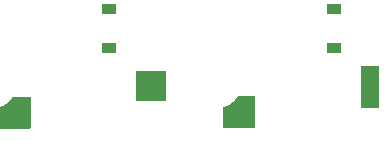
<source format=gtp>
G04 #@! TF.GenerationSoftware,KiCad,Pcbnew,8.0.5*
G04 #@! TF.CreationDate,2024-09-18T07:36:17+09:00*
G04 #@! TF.ProjectId,SandyLP_Middle_Isolated_Area,53616e64-794c-4505-9f4d-6964646c655f,v.0*
G04 #@! TF.SameCoordinates,Original*
G04 #@! TF.FileFunction,Paste,Top*
G04 #@! TF.FilePolarity,Positive*
%FSLAX46Y46*%
G04 Gerber Fmt 4.6, Leading zero omitted, Abs format (unit mm)*
G04 Created by KiCad (PCBNEW 8.0.5) date 2024-09-18 07:36:17*
%MOMM*%
%LPD*%
G01*
G04 APERTURE LIST*
G04 Aperture macros list*
%AMFreePoly0*
4,1,18,1.817426,0.954926,1.835000,0.912500,1.835000,-0.812500,1.817426,-0.854926,1.793974,-0.869421,1.352962,-1.016424,0.894077,-1.354550,0.649923,-1.720782,0.611767,-1.746335,0.600000,-1.747500,-0.825000,-1.747500,-0.867426,-1.729926,-0.885000,-1.687500,-0.885000,0.912500,-0.867426,0.954926,-0.825000,0.972500,1.775000,0.972500,1.817426,0.954926,1.817426,0.954926,$1*%
%AMFreePoly1*
4,1,18,1.804926,0.992426,1.822500,0.950000,1.822500,-0.780000,1.804926,-0.822426,1.781286,-0.836983,1.335531,-0.983935,0.881507,-1.322037,0.637215,-1.683591,0.598901,-1.708907,0.587500,-1.710000,-0.837500,-1.710000,-0.879926,-1.692426,-0.897500,-1.650000,-0.897500,0.950000,-0.879926,0.992426,-0.837500,1.010000,1.762500,1.010000,1.804926,0.992426,1.804926,0.992426,$1*%
G04 Aperture macros list end*
%ADD10R,1.200000X0.900000*%
%ADD11FreePoly0,180.000000*%
%ADD12R,1.625000X3.600000*%
%ADD13FreePoly1,180.000000*%
%ADD14R,2.600000X2.600000*%
G04 APERTURE END LIST*
D10*
X44870935Y-46784655D03*
X44870935Y-50084655D03*
X63920935Y-46784655D03*
X63920935Y-50084655D03*
D11*
X56358435Y-55962780D03*
D12*
X66945935Y-53425280D03*
D13*
X37295935Y-55925280D03*
D14*
X48383435Y-53375280D03*
M02*

</source>
